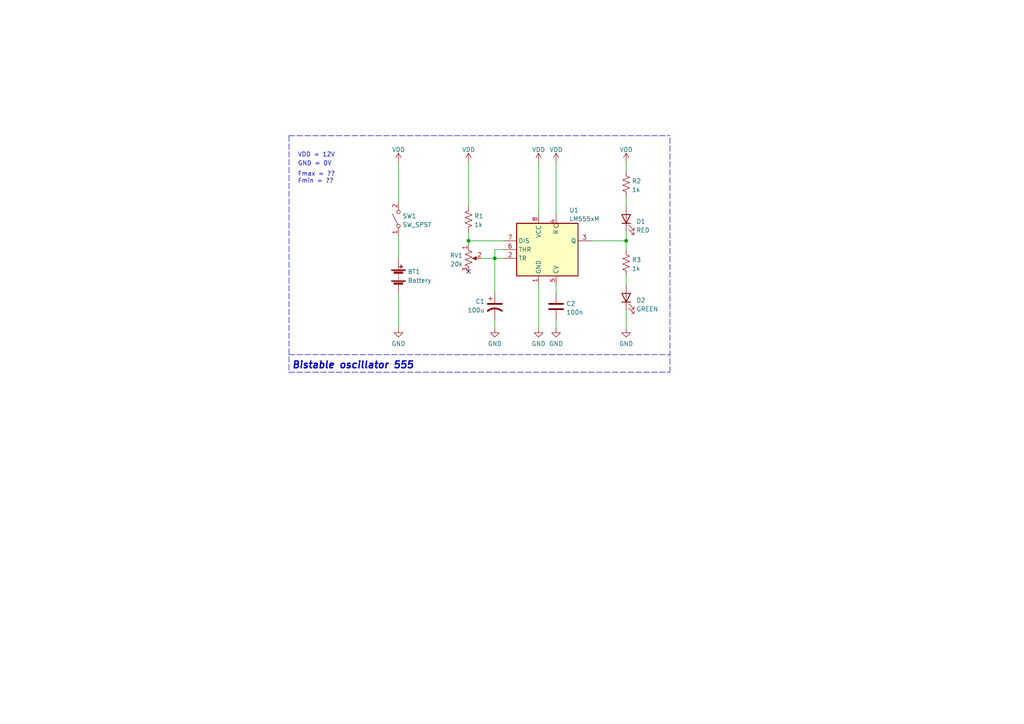
<source format=kicad_sch>
(kicad_sch (version 20211123) (generator eeschema)
  (paper "A4")
  (lib_symbols
    (symbol "Device:Battery" (pin_numbers hide) (pin_names (offset 0) hide)
      (property "Reference" "BT" (at 2.54 2.54 0))
      (property "Value" "Battery" (at 2.54 0 0))
      (symbol "Battery_0_1"
        (rectangle (start -2.032 -1.397) (end 2.032 -1.651) (fill (type outline)))
        (rectangle (start -2.032 1.778) (end 2.032 1.524) (fill (type outline)))
        (rectangle (start -1.3208 -1.9812) (end 1.27 -2.4892) (fill (type outline)))
        (rectangle (start -1.3208 1.1938) (end 1.27 0.6858) (fill (type outline)))
        (polyline (pts (xy 0 -1.524) (xy 0 -1.27)))
        (polyline (pts (xy 0 -1.016) (xy 0 -0.762)))
        (polyline (pts (xy 0 -0.508) (xy 0 -0.254)))
        (polyline (pts (xy 0 0) (xy 0 0.254)))
        (polyline (pts (xy 0 0.508) (xy 0 0.762)))
        (polyline (pts (xy 0 1.778) (xy 0 2.54)))
        (polyline (pts (xy 0.254 2.667) (xy 1.27 2.667)) (stroke (width 0.254)))
        (polyline (pts (xy 0.762 3.175) (xy 0.762 2.159)) (stroke (width 0.254)))
      )
      (symbol "Battery_1_1"
        (pin passive line (at 0 5.08 270) (length 2.54) (name "+") (number "1"))
        (pin passive line (at 0 -5.08 90) (length 2.54) (name "-") (number "2"))
      )
    )
    (symbol "Device:C" (pin_numbers hide) (pin_names (offset 0.254))
      (property "Reference" "C" (at 0.635 2.54 0))
      (property "Value" "C" (at 0.635 -2.54 0))
      (symbol "C_0_1"
        (polyline (pts (xy -2.032 -0.762) (xy 2.032 -0.762)) (stroke (width 0.508)))
        (polyline (pts (xy -2.032 0.762) (xy 2.032 0.762)) (stroke (width 0.508)))
      )
      (symbol "C_1_1"
        (pin passive line (at 0 3.81 270) (length 2.794) (name "~") (number "1"))
        (pin passive line (at 0 -3.81 90) (length 2.794) (name "~") (number "2"))
      )
    )
    (symbol "Device:C_Polarized_US" (pin_numbers hide) (pin_names (offset 0.254) hide)
      (property "Reference" "C" (at 0.635 2.54 0))
      (property "Value" "C_Polarized_US" (at 0.635 -2.54 0))
      (symbol "C_Polarized_US_0_1"
        (polyline (pts (xy -2.032 0.762) (xy 2.032 0.762)) (stroke (width 0.508)))
        (polyline (pts (xy -1.778 2.286) (xy -0.762 2.286)))
        (polyline (pts (xy -1.27 1.778) (xy -1.27 2.794)))
        (arc (start 2.032 -1.27) (mid 0 -0.5572) (end -2.032 -1.27) (stroke (width 0.508)))
      )
      (symbol "C_Polarized_US_1_1"
        (pin passive line (at 0 3.81 270) (length 2.794) (name "~") (number "1"))
        (pin passive line (at 0 -3.81 90) (length 3.302) (name "~") (number "2"))
      )
    )
    (symbol "Device:LED" (pin_numbers hide) (pin_names (offset 1.016) hide)
      (property "Reference" "D" (at 0 2.54 0))
      (property "Value" "LED" (at 0 -2.54 0))
      (symbol "LED_0_1"
        (polyline (pts (xy -1.27 -1.27) (xy -1.27 1.27)) (stroke (width 0.254)))
        (polyline (pts (xy -1.27 0) (xy 1.27 0)))
        (polyline (pts (xy 1.27 -1.27) (xy 1.27 1.27) (xy -1.27 0) (xy 1.27 -1.27)) (stroke (width 0.254)))
        (polyline (pts (xy -3.048 -0.762) (xy -4.572 -2.286) (xy -3.81 -2.286) (xy -4.572 -2.286) (xy -4.572 -1.524)))
        (polyline (pts (xy -1.778 -0.762) (xy -3.302 -2.286) (xy -2.54 -2.286) (xy -3.302 -2.286) (xy -3.302 -1.524)))
      )
      (symbol "LED_1_1"
        (pin passive line (at -3.81 0 0) (length 2.54) (name "K") (number "1"))
        (pin passive line (at 3.81 0 180) (length 2.54) (name "A") (number "2"))
      )
    )
    (symbol "Device:R_Potentiometer_US" (pin_names (offset 1.016) hide)
      (property "Reference" "RV" (at -4.445 0 90))
      (property "Value" "R_Potentiometer_US" (at -2.54 0 90))
      (symbol "R_Potentiometer_US_0_1"
        (polyline (pts (xy 0 -2.286) (xy 0 -2.54)))
        (polyline (pts (xy 0 2.54) (xy 0 2.286)))
        (polyline (pts (xy 2.54 0) (xy 1.524 0)))
        (polyline (pts (xy 1.143 0) (xy 2.286 0.508) (xy 2.286 -0.508) (xy 1.143 0)) (fill (type outline)))
        (polyline (pts (xy 0 -0.762) (xy 1.016 -1.143) (xy 0 -1.524) (xy -1.016 -1.905) (xy 0 -2.286)))
        (polyline (pts (xy 0 0.762) (xy 1.016 0.381) (xy 0 0) (xy -1.016 -0.381) (xy 0 -0.762)))
        (polyline (pts (xy 0 2.286) (xy 1.016 1.905) (xy 0 1.524) (xy -1.016 1.143) (xy 0 0.762)))
      )
      (symbol "R_Potentiometer_US_1_1"
        (pin passive line (at 0 3.81 270) (length 1.27) (name "1") (number "1"))
        (pin passive line (at 3.81 0 180) (length 1.27) (name "2") (number "2"))
        (pin passive line (at 0 -3.81 90) (length 1.27) (name "3") (number "3"))
      )
    )
    (symbol "Device:R_US" (pin_numbers hide) (pin_names (offset 0))
      (property "Reference" "R" (at 2.54 0 90))
      (property "Value" "R_US" (at -2.54 0 90))
      (symbol "R_US_0_1"
        (polyline (pts (xy 0 -2.286) (xy 0 -2.54)))
        (polyline (pts (xy 0 2.286) (xy 0 2.54)))
        (polyline (pts (xy 0 -0.762) (xy 1.016 -1.143) (xy 0 -1.524) (xy -1.016 -1.905) (xy 0 -2.286)))
        (polyline (pts (xy 0 0.762) (xy 1.016 0.381) (xy 0 0) (xy -1.016 -0.381) (xy 0 -0.762)))
        (polyline (pts (xy 0 2.286) (xy 1.016 1.905) (xy 0 1.524) (xy -1.016 1.143) (xy 0 0.762)))
      )
      (symbol "R_US_1_1"
        (pin passive line (at 0 3.81 270) (length 1.27) (name "~") (number "1"))
        (pin passive line (at 0 -3.81 90) (length 1.27) (name "~") (number "2"))
      )
    )
    (symbol "Switch:SW_SPST" (pin_names (offset 0) hide)
      (property "Reference" "SW" (at 0 3.175 0))
      (property "Value" "SW_SPST" (at 0 -2.54 0))
      (symbol "SW_SPST_0_0"
        (circle (center -2.032 0) (radius 0.508))
        (polyline (pts (xy -1.524 0.254) (xy 1.524 1.778)))
        (circle (center 2.032 0) (radius 0.508))
      )
      (symbol "SW_SPST_1_1"
        (pin passive line (at -5.08 0 0) (length 2.54) (name "A") (number "1"))
        (pin passive line (at 5.08 0 180) (length 2.54) (name "B") (number "2"))
      )
    )
    (symbol "Timer:LM555xM"
      (property "Reference" "U?" (at 6.35 11.43 0))
      (property "Value" "LM555xM" (at 6.35 8.89 0))
      (symbol "LM555xM_0_0"
        (pin power_in line (at -2.54 -10.16 90) (length 2.54) (name "GND") (number "1"))
        (pin power_in line (at -2.54 10.16 270) (length 2.54) (name "VCC") (number "8"))
      )
      (symbol "LM555xM_0_1"
        (rectangle (start -8.89 -7.62) (end 8.89 7.62) (stroke (width 0.254)) (fill (type background)))
        (rectangle (start -8.89 -7.62) (end 8.89 7.62) (stroke (width 0.254)) (fill (type background)))
      )
      (symbol "LM555xM_1_1"
        (pin input line (at -12.7 -2.54 0) (length 3.81) (name "TR") (number "2"))
        (pin output line (at 12.7 2.54 180) (length 3.81) (name "Q") (number "3"))
        (pin input inverted (at 2.54 10.16 270) (length 3.81) (name "R") (number "4"))
        (pin input line (at 2.54 -10.16 90) (length 2.54) (name "CV") (number "5"))
        (pin input line (at -12.7 0 0) (length 3.81) (name "THR") (number "6"))
        (pin input line (at -12.7 2.54 0) (length 3.81) (name "DIS") (number "7"))
      )
    )
    (symbol "power:GND" (power) (pin_names (offset 0))
      (property "Value" "GND" (at 0 -3.81 0))
      (symbol "GND_0_1"
        (polyline (pts (xy 0 0) (xy 0 -1.27) (xy 1.27 -1.27) (xy 0 -2.54) (xy -1.27 -1.27) (xy 0 -1.27)))
      )
      (symbol "GND_1_1"
        (pin power_in line (at 0 0 270) (length 0) hide (name "GND") (number "1"))
      )
    )
    (symbol "power:VDD" (power) (pin_names (offset 0))
      (property "Value" "VDD" (at 0 3.81 0))
      (symbol "VDD_0_1"
        (polyline (pts (xy -0.762 1.27) (xy 0 2.54)))
        (polyline (pts (xy 0 0) (xy 0 2.54)))
        (polyline (pts (xy 0 2.54) (xy 0.762 1.27)))
      )
      (symbol "VDD_1_1"
        (pin power_in line (at 0 0 90) (length 0) hide (name "VDD") (number "1"))
      )
    )
  )
  (junction (at 181.61 69.85))
  (junction (at 143.51 74.93))
  (junction (at 135.89 69.85))
  (no_connect (at 135.89 78.74))
  (wire (pts (xy 181.61 69.85) (xy 181.61 67.31)))
  (wire (pts (xy 181.61 46.99) (xy 181.61 49.53)))
  (wire (pts (xy 181.61 80.01) (xy 181.61 82.55)))
  (wire (pts (xy 146.05 72.39) (xy 143.51 72.39)))
  (wire (pts (xy 161.29 92.71) (xy 161.29 95.25)))
  (wire (pts (xy 139.7 74.93) (xy 143.51 74.93)))
  (wire (pts (xy 115.57 58.42) (xy 115.57 46.99)))
  (wire (pts (xy 171.45 69.85) (xy 181.61 69.85)))
  (wire (pts (xy 143.51 72.39) (xy 143.51 74.93)))
  (wire (pts (xy 161.29 82.55) (xy 161.29 85.09)))
  (wire (pts (xy 156.21 82.55) (xy 156.21 95.25)))
  (wire (pts (xy 181.61 90.17) (xy 181.61 95.25)))
  (polyline (pts (xy 83.82 102.87) (xy 194.31 102.87)))
  (wire (pts (xy 135.89 69.85) (xy 135.89 71.12)))
  (wire (pts (xy 115.57 85.09) (xy 115.57 95.25)))
  (wire (pts (xy 135.89 69.85) (xy 135.89 67.31)))
  (wire (pts (xy 156.21 46.99) (xy 156.21 62.23)))
  (wire (pts (xy 135.89 69.85) (xy 146.05 69.85)))
  (wire (pts (xy 143.51 74.93) (xy 146.05 74.93)))
  (wire (pts (xy 135.89 46.99) (xy 135.89 59.69)))
  (polyline (pts (xy 194.31 107.95) (xy 194.31 39.37)))
  (wire (pts (xy 143.51 92.71) (xy 143.51 95.25)))
  (wire (pts (xy 181.61 57.15) (xy 181.61 59.69)))
  (polyline (pts (xy 83.82 39.37) (xy 83.82 107.95)))
  (polyline (pts (xy 83.82 39.37) (xy 194.31 39.37)))
  (wire (pts (xy 115.57 68.58) (xy 115.57 74.93)))
  (wire (pts (xy 161.29 46.99) (xy 161.29 62.23)))
  (wire (pts (xy 143.51 74.93) (xy 143.51 85.09)))
  (polyline (pts (xy 83.82 107.95) (xy 194.31 107.95)))
  (wire (pts (xy 181.61 69.85) (xy 181.61 72.39)))
  (text "Bistable oscillator 555" (at 84.5968 107.1969 0) (effects (font (size 2 2) (thickness 0.4) bold italic) (justify left bottom)))
  (text "VDD = 12V\n" (at 86.36 45.72 0) (effects (font (size 1.27 1.27)) (justify left bottom)))
  (text "GND = 0V" (at 86.36 48.26 0) (effects (font (size 1.27 1.27)) (justify left bottom)))
  (text "Fmax = ??\nFmin = ??" (at 86.36 53.34 0) (effects (font (size 1.27 1.27)) (justify left bottom)))
  (symbol (lib_id "Switch:SW_SPST") (at 115.57 63.5 90) (unit 1)
    (property "Reference" "SW1" (at 116.713 62.6653 90) (effects (justify right)))
    (property "Value" "SW_SPST" (at 116.713 65.2022 90) (effects (justify right)))
    (property "Footprint" "Connector_PinSocket_2.54mm:PinSocket_1x02_P2.54mm_Vertical" (effects hide))
  )
  (symbol (lib_id "Device:C") (at 161.29 88.9 0) (unit 1)
    (property "Reference" "C2" (at 164.211 88.0653 0) (effects (justify left)))
    (property "Value" "100n" (at 164.211 90.6022 0) (effects (justify left)))
    (property "Footprint" "Capacitor_SMD:C_0805_2012Metric_Pad1.18x1.45mm_HandSolder" (effects hide))
  )
  (symbol (lib_id "power:GND") (at 161.29 95.25 0) (unit 1)
    (property "Reference" "#PWR08" (effects hide))
    (property "Value" "GND" (at 161.29 99.6934 0))
  )
  (symbol (lib_id "power:VDD") (at 135.89 46.99 0) (mirror y) (unit 1)
    (property "Reference" "#PWR03" (effects hide))
    (property "Value" "VDD" (at 135.89 43.4142 0))
  )
  (symbol (lib_id "Device:R_US") (at 135.89 63.5 0) (mirror y) (unit 1)
    (property "Reference" "R1" (at 137.541 62.6653 0) (effects (justify right)))
    (property "Value" "1k" (at 137.541 65.2022 0) (effects (justify right)))
    (property "Footprint" "Resistor_SMD:R_0805_2012Metric_Pad1.20x1.40mm_HandSolder" (effects hide))
  )
  (symbol (lib_id "power:VDD") (at 156.21 46.99 0) (mirror y) (unit 1)
    (property "Reference" "#PWR05" (effects hide))
    (property "Value" "VDD" (at 156.21 43.4142 0))
  )
  (symbol (lib_id "Timer:LM555xM") (at 158.75 72.39 0) (unit 1)
    (property "Reference" "U1" (at 165.1 60.96 0) (effects (justify left)))
    (property "Value" "LM555xM" (at 165.1 63.5 0) (effects (justify left)))
    (property "Footprint" "Package_SO:SOIC-8_3.9x4.9mm_P1.27mm" (effects hide))
    (property "Datasheet" "http://www.ti.com/lit/ds/symlink/lm555.pdf" (effects hide))
  )
  (symbol (lib_id "Device:LED") (at 181.61 86.36 90) (unit 1)
    (property "Reference" "D2" (at 184.531 87.1128 90) (effects (justify right)))
    (property "Value" "GREEN" (at 184.531 89.6497 90) (effects (justify right)))
    (property "Footprint" "LED_SMD:LED_0805_2012Metric_Pad1.15x1.40mm_HandSolder" (effects hide))
  )
  (symbol (lib_id "Device:R_US") (at 181.61 53.34 0) (unit 1)
    (property "Reference" "R2" (at 183.261 52.5053 0) (effects (justify left)))
    (property "Value" "1k" (at 183.261 55.0422 0) (effects (justify left)))
    (property "Footprint" "Resistor_SMD:R_0805_2012Metric_Pad1.20x1.40mm_HandSolder" (effects hide))
  )
  (symbol (lib_id "Device:R_US") (at 181.61 76.2 0) (unit 1)
    (property "Reference" "R3" (at 183.261 75.3653 0) (effects (justify left)))
    (property "Value" "1k" (at 183.261 77.9022 0) (effects (justify left)))
    (property "Footprint" "Resistor_SMD:R_0805_2012Metric_Pad1.20x1.40mm_HandSolder" (effects hide))
  )
  (symbol (lib_id "Device:Battery") (at 115.57 80.01 0) (unit 1)
    (property "Reference" "BT1" (at 118.237 78.7943 0) (effects (justify left)))
    (property "Value" "Battery" (at 118.237 81.3312 0) (effects (justify left)))
    (property "Footprint" "Connector_PinSocket_2.54mm:PinSocket_1x02_P2.54mm_Vertical" (effects hide))
  )
  (symbol (lib_id "power:GND") (at 115.57 95.25 0) (unit 1)
    (property "Reference" "#PWR02" (effects hide))
    (property "Value" "GND" (at 115.57 99.6934 0))
  )
  (symbol (lib_id "Device:R_Potentiometer_US") (at 135.89 74.93 0) (unit 1)
    (property "Reference" "RV1" (at 134.2391 74.0953 0) (effects (justify right)))
    (property "Value" "20k" (at 134.2391 76.6322 0) (effects (justify right)))
    (property "Footprint" "Connector_PinSocket_2.54mm:PinSocket_1x02_P2.54mm_Vertical" (effects hide))
  )
  (symbol (lib_id "power:GND") (at 156.21 95.25 0) (unit 1)
    (property "Reference" "#PWR06" (effects hide))
    (property "Value" "GND" (at 156.21 99.6934 0))
  )
  (symbol (lib_id "Device:LED") (at 181.61 63.5 90) (unit 1)
    (property "Reference" "D1" (at 184.531 64.2528 90) (effects (justify right)))
    (property "Value" "RED" (at 184.531 66.7897 90) (effects (justify right)))
    (property "Footprint" "LED_SMD:LED_0805_2012Metric_Pad1.15x1.40mm_HandSolder" (effects hide))
  )
  (symbol (lib_id "Device:C_Polarized_US") (at 143.51 88.9 0) (unit 1)
    (property "Reference" "C1" (at 140.589 87.4303 0) (effects (justify right)))
    (property "Value" "100u" (at 140.589 89.9672 0) (effects (justify right)))
    (property "Footprint" "Capacitor_SMD:CP_Elec_6.3x5.4" (effects hide))
  )
  (symbol (lib_id "power:VDD") (at 161.29 46.99 0) (mirror y) (unit 1)
    (property "Reference" "#PWR07" (effects hide))
    (property "Value" "VDD" (at 161.29 43.4142 0))
  )
  (symbol (lib_id "power:GND") (at 143.51 95.25 0) (unit 1)
    (property "Reference" "#PWR04" (effects hide))
    (property "Value" "GND" (at 143.51 99.6934 0))
  )
  (symbol (lib_id "power:VDD") (at 115.57 46.99 0) (mirror y) (unit 1)
    (property "Reference" "#PWR01" (effects hide))
    (property "Value" "VDD" (at 115.57 43.4142 0))
  )
  (symbol (lib_id "power:VDD") (at 181.61 46.99 0) (mirror y) (unit 1)
    (property "Reference" "#PWR09" (effects hide))
    (property "Value" "VDD" (at 181.61 43.4142 0))
  )
  (symbol (lib_id "power:GND") (at 181.61 95.25 0) (unit 1)
    (property "Reference" "#PWR010" (effects hide))
    (property "Value" "GND" (at 181.61 99.6934 0))
  )
)
</source>
